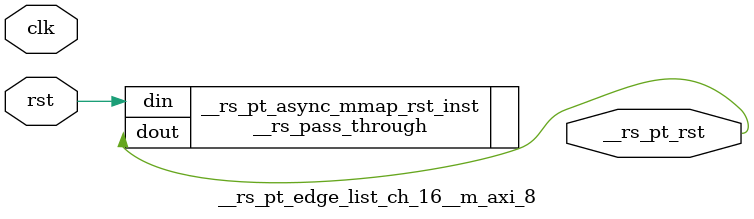
<source format=v>
`timescale 1 ns / 1 ps
/**   Generated by RapidStream   **/
module __rs_pt_edge_list_ch_16__m_axi_8 #(
    parameter BufferSize         = 32,
    parameter BufferSizeLog      = 5,
    parameter AddrWidth          = 64,
    parameter AxiSideAddrWidth   = 64,
    parameter DataWidth          = 512,
    parameter DataWidthBytesLog  = 6,
    parameter WaitTimeWidth      = 4,
    parameter BurstLenWidth      = 8,
    parameter EnableReadChannel  = 1,
    parameter EnableWriteChannel = 1,
    parameter MaxWaitTime        = 3,
    parameter MaxBurstLen        = 15
) (
    output wire __rs_pt_rst,
    input wire  clk,
    input wire  rst
);




__rs_pass_through #(
    .WIDTH (1)
) __rs_pt_async_mmap_rst_inst /**   Generated by RapidStream   **/ (
    .din  (rst),
    .dout (__rs_pt_rst)
);

endmodule  // __rs_pt_edge_list_ch_16__m_axi_8
</source>
